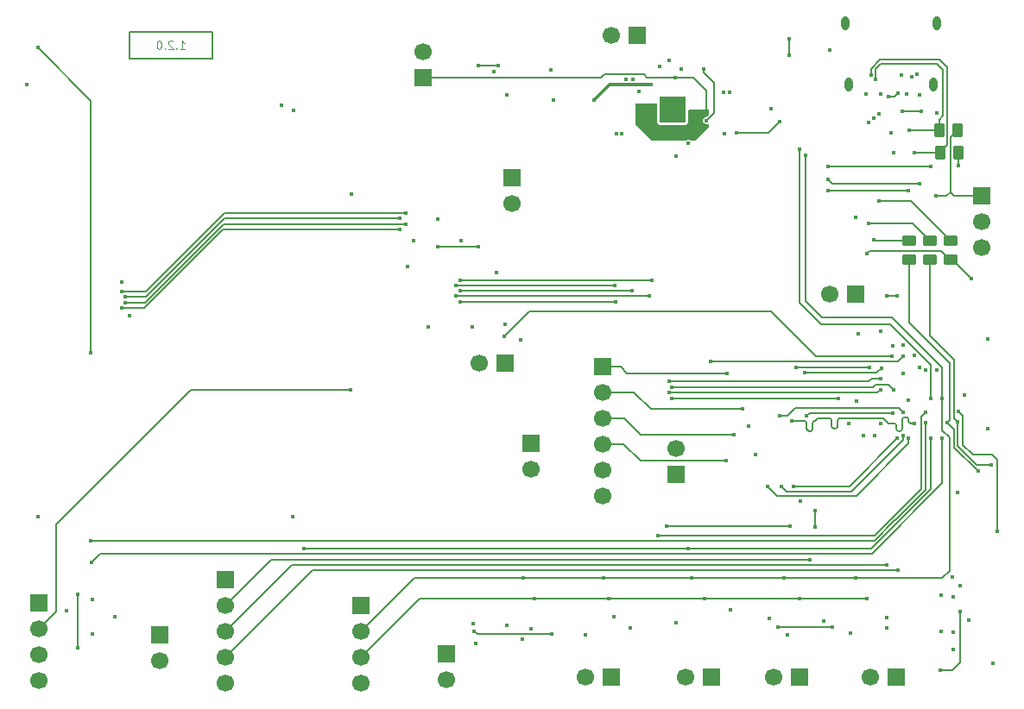
<source format=gbr>
%TF.GenerationSoftware,KiCad,Pcbnew,9.0.1+1*%
%TF.CreationDate,2025-09-07T18:25:15+00:00*%
%TF.ProjectId,ZSWatch-Watch-DevKit,5a535761-7463-4682-9d57-617463682d44,1.2.0*%
%TF.SameCoordinates,Original*%
%TF.FileFunction,Copper,L4,Bot*%
%TF.FilePolarity,Positive*%
%FSLAX46Y46*%
G04 Gerber Fmt 4.6, Leading zero omitted, Abs format (unit mm)*
G04 Created by KiCad (PCBNEW 9.0.1+1) date 2025-09-07 18:25:15*
%MOMM*%
%LPD*%
G01*
G04 APERTURE LIST*
G04 Aperture macros list*
%AMRoundRect*
0 Rectangle with rounded corners*
0 $1 Rounding radius*
0 $2 $3 $4 $5 $6 $7 $8 $9 X,Y pos of 4 corners*
0 Add a 4 corners polygon primitive as box body*
4,1,4,$2,$3,$4,$5,$6,$7,$8,$9,$2,$3,0*
0 Add four circle primitives for the rounded corners*
1,1,$1+$1,$2,$3*
1,1,$1+$1,$4,$5*
1,1,$1+$1,$6,$7*
1,1,$1+$1,$8,$9*
0 Add four rect primitives between the rounded corners*
20,1,$1+$1,$2,$3,$4,$5,0*
20,1,$1+$1,$4,$5,$6,$7,0*
20,1,$1+$1,$6,$7,$8,$9,0*
20,1,$1+$1,$8,$9,$2,$3,0*%
G04 Aperture macros list end*
%TA.AperFunction,NonConductor*%
%ADD10C,0.200000*%
%TD*%
%ADD11C,0.120000*%
%TA.AperFunction,NonConductor*%
%ADD12C,0.120000*%
%TD*%
%TA.AperFunction,ComponentPad*%
%ADD13R,1.700000X1.700000*%
%TD*%
%TA.AperFunction,ComponentPad*%
%ADD14C,1.700000*%
%TD*%
%TA.AperFunction,ComponentPad*%
%ADD15C,0.500000*%
%TD*%
%TA.AperFunction,SMDPad,CuDef*%
%ADD16R,2.500000X2.500000*%
%TD*%
%TA.AperFunction,HeatsinkPad*%
%ADD17O,0.800000X1.400000*%
%TD*%
%TA.AperFunction,SMDPad,CuDef*%
%ADD18RoundRect,0.250000X0.450000X-0.262500X0.450000X0.262500X-0.450000X0.262500X-0.450000X-0.262500X0*%
%TD*%
%TA.AperFunction,SMDPad,CuDef*%
%ADD19RoundRect,0.250000X0.262500X0.450000X-0.262500X0.450000X-0.262500X-0.450000X0.262500X-0.450000X0*%
%TD*%
%TA.AperFunction,ViaPad*%
%ADD20C,0.450000*%
%TD*%
%TA.AperFunction,Conductor*%
%ADD21C,0.200000*%
%TD*%
%TA.AperFunction,Conductor*%
%ADD22C,0.170000*%
%TD*%
%TA.AperFunction,Conductor*%
%ADD23C,0.127000*%
%TD*%
%TA.AperFunction,Conductor*%
%ADD24C,0.300000*%
%TD*%
G04 APERTURE END LIST*
D10*
X172100000Y-116200000D02*
X180200000Y-116200000D01*
X180200000Y-118800000D01*
X172100000Y-118800000D01*
X172100000Y-116200000D01*
D11*
D12*
X177064285Y-117863855D02*
X177521428Y-117863855D01*
X177292856Y-117863855D02*
X177292856Y-117063855D01*
X177292856Y-117063855D02*
X177369047Y-117178140D01*
X177369047Y-117178140D02*
X177445237Y-117254331D01*
X177445237Y-117254331D02*
X177521428Y-117292426D01*
X176721427Y-117787664D02*
X176683332Y-117825760D01*
X176683332Y-117825760D02*
X176721427Y-117863855D01*
X176721427Y-117863855D02*
X176759523Y-117825760D01*
X176759523Y-117825760D02*
X176721427Y-117787664D01*
X176721427Y-117787664D02*
X176721427Y-117863855D01*
X176378571Y-117140045D02*
X176340475Y-117101950D01*
X176340475Y-117101950D02*
X176264285Y-117063855D01*
X176264285Y-117063855D02*
X176073809Y-117063855D01*
X176073809Y-117063855D02*
X175997618Y-117101950D01*
X175997618Y-117101950D02*
X175959523Y-117140045D01*
X175959523Y-117140045D02*
X175921428Y-117216236D01*
X175921428Y-117216236D02*
X175921428Y-117292426D01*
X175921428Y-117292426D02*
X175959523Y-117406712D01*
X175959523Y-117406712D02*
X176416666Y-117863855D01*
X176416666Y-117863855D02*
X175921428Y-117863855D01*
X175578570Y-117787664D02*
X175540475Y-117825760D01*
X175540475Y-117825760D02*
X175578570Y-117863855D01*
X175578570Y-117863855D02*
X175616666Y-117825760D01*
X175616666Y-117825760D02*
X175578570Y-117787664D01*
X175578570Y-117787664D02*
X175578570Y-117863855D01*
X175045237Y-117063855D02*
X174969047Y-117063855D01*
X174969047Y-117063855D02*
X174892856Y-117101950D01*
X174892856Y-117101950D02*
X174854761Y-117140045D01*
X174854761Y-117140045D02*
X174816666Y-117216236D01*
X174816666Y-117216236D02*
X174778571Y-117368617D01*
X174778571Y-117368617D02*
X174778571Y-117559093D01*
X174778571Y-117559093D02*
X174816666Y-117711474D01*
X174816666Y-117711474D02*
X174854761Y-117787664D01*
X174854761Y-117787664D02*
X174892856Y-117825760D01*
X174892856Y-117825760D02*
X174969047Y-117863855D01*
X174969047Y-117863855D02*
X175045237Y-117863855D01*
X175045237Y-117863855D02*
X175121428Y-117825760D01*
X175121428Y-117825760D02*
X175159523Y-117787664D01*
X175159523Y-117787664D02*
X175197618Y-117711474D01*
X175197618Y-117711474D02*
X175235714Y-117559093D01*
X175235714Y-117559093D02*
X175235714Y-117368617D01*
X175235714Y-117368617D02*
X175197618Y-117216236D01*
X175197618Y-117216236D02*
X175159523Y-117140045D01*
X175159523Y-117140045D02*
X175121428Y-117101950D01*
X175121428Y-117101950D02*
X175045237Y-117063855D01*
D13*
%TO.P,X508,1,Pin_1*%
%TO.N,/Project Architecture/Power Management/VSYS*%
X200900000Y-120700000D03*
D14*
%TO.P,X508,2,Pin_2*%
%TO.N,Net-(IC505-VDD)*%
X200900000Y-118160000D03*
%TD*%
D15*
%TO.P,IC401,33,GND*%
%TO.N,GND*%
X224387790Y-122830400D03*
X224387790Y-123830400D03*
X224387790Y-124830400D03*
X225387790Y-122830400D03*
X225387790Y-123830400D03*
D16*
X225387790Y-123830400D03*
D15*
X225387790Y-124830400D03*
X226387790Y-122830400D03*
X226387790Y-123830400D03*
X226387790Y-124830400D03*
%TD*%
D13*
%TO.P,X503,1,Pin_1*%
%TO.N,/Project Architecture/Peripherals/VMIC*%
X175100000Y-175400000D03*
D14*
%TO.P,X503,2,Pin_2*%
%TO.N,Net-(MK501-VDD)*%
X175100000Y-177940000D03*
%TD*%
D13*
%TO.P,X610,1,Pin_1*%
%TO.N,+3V0*%
X211500000Y-156600000D03*
D14*
%TO.P,X610,2,Pin_2*%
%TO.N,Net-(X608-LEDA1)*%
X211500000Y-159140000D03*
%TD*%
D13*
%TO.P,X403,1,Pin_1*%
%TO.N,+1V8*%
X163200000Y-172220000D03*
D14*
%TO.P,X403,2,Pin_2*%
%TO.N,+3V0*%
X163200000Y-174760000D03*
%TO.P,X403,3,Pin_3*%
%TO.N,/Project Architecture/Power Management/VSYS*%
X163200000Y-177300000D03*
%TO.P,X403,4,Pin_4*%
%TO.N,GND*%
X163200000Y-179840000D03*
%TD*%
D13*
%TO.P,X504,1,Pin_1*%
%TO.N,+1V8*%
X194800000Y-172490000D03*
D14*
%TO.P,X504,2,Pin_2*%
%TO.N,/Project Architecture/MCU/SDA*%
X194800000Y-175030000D03*
%TO.P,X504,3,Pin_3*%
%TO.N,/Project Architecture/MCU/SCL*%
X194800000Y-177570000D03*
%TO.P,X504,4,Pin_4*%
%TO.N,GND*%
X194800000Y-180110000D03*
%TD*%
D13*
%TO.P,X606,1,Pin_1*%
%TO.N,+1V8*%
X225700000Y-159640000D03*
D14*
%TO.P,X606,2,Pin_2*%
%TO.N,Net-(IC603-VCC)*%
X225700000Y-157100000D03*
%TD*%
D13*
%TO.P,X401,1,Pin_1*%
%TO.N,/Project Architecture/Peripherals/VBAT*%
X221865000Y-116500000D03*
D14*
%TO.P,X401,2,Pin_2*%
%TO.N,GND*%
X219325000Y-116500000D03*
%TD*%
D13*
%TO.P,X501,1,Pin_1*%
%TO.N,+1V8*%
X229200000Y-179500000D03*
D14*
%TO.P,X501,2,Pin_2*%
%TO.N,Net-(IC501-VDD)*%
X226660000Y-179500000D03*
%TD*%
D13*
%TO.P,X502,1,Pin_1*%
%TO.N,+1V8*%
X181500000Y-169980000D03*
D14*
%TO.P,X502,2,Pin_2*%
%TO.N,/Project Architecture/MCU/MCLK*%
X181500000Y-172520000D03*
%TO.P,X502,3,Pin_3*%
%TO.N,/Project Architecture/MCU/WS*%
X181500000Y-175060000D03*
%TO.P,X502,4,Pin_4*%
%TO.N,/Project Architecture/MCU/Data*%
X181500000Y-177600000D03*
%TO.P,X502,5,Pin_5*%
%TO.N,GND*%
X181500000Y-180140000D03*
%TD*%
D13*
%TO.P,X506,1,Pin_1*%
%TO.N,+1V8*%
X237840000Y-179500000D03*
D14*
%TO.P,X506,2,Pin_2*%
%TO.N,Net-(IC503-VDD)*%
X235300000Y-179500000D03*
%TD*%
D13*
%TO.P,X607,1,Pin_1*%
%TO.N,+1V8*%
X209600000Y-130525000D03*
D14*
%TO.P,X607,2,Pin_2*%
%TO.N,Net-(X607-Pin_2)*%
X209600000Y-133065000D03*
%TD*%
D13*
%TO.P,X505,1,Pin_1*%
%TO.N,+1V8*%
X219340000Y-179500000D03*
D14*
%TO.P,X505,2,Pin_2*%
%TO.N,Net-(IC502-VDD)*%
X216800000Y-179500000D03*
%TD*%
D13*
%TO.P,X604,1,Pin_1*%
%TO.N,TxD*%
X255700000Y-132270000D03*
D14*
%TO.P,X604,2,Pin_2*%
%TO.N,RxD*%
X255700000Y-134810000D03*
%TO.P,X604,3,Pin_3*%
%TO.N,GND*%
X255700000Y-137350000D03*
%TD*%
D13*
%TO.P,X507,1,Pin_1*%
%TO.N,+1V8*%
X247300000Y-179500000D03*
D14*
%TO.P,X507,2,Pin_2*%
%TO.N,Net-(IC504-VDD)*%
X244760000Y-179500000D03*
%TD*%
D17*
%TO.P,X603,S1,SHIELD*%
%TO.N,GND*%
X251290000Y-115360000D03*
X250930000Y-121310000D03*
X242670000Y-121310000D03*
X242310000Y-115360000D03*
%TD*%
D13*
%TO.P,X609,1,Pin_1*%
%TO.N,+3V0*%
X208975000Y-148700000D03*
D14*
%TO.P,X609,2,Pin_2*%
%TO.N,Net-(X608-CTP-VDD)*%
X206435000Y-148700000D03*
%TD*%
D13*
%TO.P,X510,1,Pin_1*%
%TO.N,/Project Architecture/Peripherals/VBAT*%
X203200000Y-177260000D03*
D14*
%TO.P,X510,2,Pin_2*%
%TO.N,Net-(IC507-V_{DD})*%
X203200000Y-179800000D03*
%TD*%
D13*
%TO.P,X605,1,Pin_1*%
%TO.N,Net-(M601B-P0.22)*%
X218500000Y-149050000D03*
D14*
%TO.P,X605,2,Pin_2*%
%TO.N,Net-(M601B-P0.05{slash}AIN1)*%
X218500000Y-151590000D03*
%TO.P,X605,3,Pin_3*%
%TO.N,Net-(M601B-P0.04{slash}AIN0)*%
X218500000Y-154130000D03*
%TO.P,X605,4,Pin_4*%
%TO.N,Net-(M601C-P1.14)*%
X218500000Y-156670000D03*
%TO.P,X605,5,Pin_5*%
%TO.N,GND*%
X218500000Y-159210000D03*
%TO.P,X605,6,Pin_6*%
%TO.N,+1V8*%
X218500000Y-161750000D03*
%TD*%
D13*
%TO.P,X602,1,Pin_1*%
%TO.N,+1V8*%
X243300000Y-141900000D03*
D14*
%TO.P,X602,2,Pin_2*%
%TO.N,Net-(M601A-VDDH)*%
X240760000Y-141900000D03*
%TD*%
D18*
%TO.P,R607,1*%
%TO.N,SWDIO*%
X248600000Y-138512500D03*
%TO.P,R607,2*%
%TO.N,Net-(X603-RX1-)*%
X248600000Y-136687500D03*
%TD*%
%TO.P,R611,1*%
%TO.N,RESETn*%
X252600000Y-138512500D03*
%TO.P,R611,2*%
%TO.N,Net-(X603-SBU1)*%
X252600000Y-136687500D03*
%TD*%
%TO.P,R608,1*%
%TO.N,SWDCLK*%
X250600000Y-138512500D03*
%TO.P,R608,2*%
%TO.N,Net-(X603-RX1+)*%
X250600000Y-136687500D03*
%TD*%
D19*
%TO.P,R609,1*%
%TO.N,RxD*%
X253412500Y-128000000D03*
%TO.P,R609,2*%
%TO.N,Net-(X603-TX1+)*%
X251587500Y-128000000D03*
%TD*%
%TO.P,R610,1*%
%TO.N,TxD*%
X253312500Y-125800000D03*
%TO.P,R610,2*%
%TO.N,Net-(X603-TX1-)*%
X251487500Y-125800000D03*
%TD*%
D20*
%TO.N,GND*%
X224100000Y-119600000D03*
X202295000Y-134600000D03*
X219600000Y-173600000D03*
X225700000Y-128380000D03*
X168485000Y-175300000D03*
X165900000Y-173020000D03*
X252900000Y-171625000D03*
X168485000Y-171900000D03*
X230390620Y-122145000D03*
X170700000Y-173575000D03*
X251248404Y-124151596D03*
X232800000Y-154880000D03*
X206080000Y-176220000D03*
X242800000Y-175200000D03*
X163100000Y-163750000D03*
X236620000Y-175400000D03*
X171347500Y-140700000D03*
X252900000Y-176775000D03*
X211467520Y-174774531D03*
X243575000Y-145825000D03*
X240200000Y-173975000D03*
X248000000Y-149700000D03*
X222063600Y-122063400D03*
X244100000Y-155800000D03*
X220387200Y-126138400D03*
X254000003Y-151800000D03*
X249550000Y-122400000D03*
X243275000Y-134400000D03*
X251700000Y-171500000D03*
X246400000Y-173700000D03*
X246800000Y-126100000D03*
X207800000Y-120120000D03*
X172147500Y-144000000D03*
X210500000Y-146400000D03*
X220793600Y-120819400D03*
X231000000Y-172900000D03*
X230990620Y-122145000D03*
X162025000Y-121325000D03*
X253300000Y-161390000D03*
X244300000Y-122300000D03*
X230479410Y-126138400D03*
X209100000Y-122350000D03*
X188100000Y-163750000D03*
X205700000Y-145137500D03*
X240800000Y-118000000D03*
X221180000Y-174680000D03*
X234845000Y-173755000D03*
X226200000Y-119800000D03*
X246400000Y-174700000D03*
X219879410Y-126138400D03*
X199987500Y-136700000D03*
X221428600Y-120819400D03*
X204587500Y-136700000D03*
X208980000Y-144900000D03*
X256300000Y-146350003D03*
X216832500Y-175332500D03*
X256300000Y-155150003D03*
X205835000Y-174265000D03*
X201400000Y-145137500D03*
X252900000Y-175125000D03*
X256800000Y-178200000D03*
X237900000Y-162250000D03*
X225700000Y-174200000D03*
X233500000Y-157650000D03*
X251690000Y-175000000D03*
X187025000Y-123400000D03*
%TO.N,/Project Architecture/Peripherals/VBAT*%
X209100000Y-174400000D03*
X228400000Y-119800000D03*
X210600000Y-175800000D03*
X228677316Y-124869129D03*
%TO.N,DISPLAY-BLK*%
X208812500Y-146087500D03*
X246881356Y-148023305D03*
%TO.N,QSPI-CS*%
X248500002Y-156100000D03*
X234700000Y-160800000D03*
%TO.N,QSPI-IO1*%
X247974002Y-155800000D03*
X236000000Y-160800000D03*
%TO.N,QSPI-IO2*%
X247400000Y-156100000D03*
X237200000Y-160800000D03*
%TO.N,QSPI-IO0*%
X238500000Y-153900000D03*
X246913051Y-153593475D03*
%TO.N,QSPI-CLK*%
X249044952Y-154600003D03*
X237081000Y-154351000D03*
%TO.N,QSPI-IO3*%
X247944949Y-153499999D03*
X235860000Y-153900000D03*
%TO.N,TOUCH-INT*%
X225000000Y-151600000D03*
X245750000Y-151294951D03*
%TO.N,TOUCH-SCL*%
X225300000Y-151100000D03*
X247000000Y-151325003D03*
%TO.N,TOUCH-SDA*%
X245744949Y-150200001D03*
X225000000Y-150500000D03*
%TO.N,TOUCH-RST*%
X229100000Y-148500000D03*
X247944951Y-148000000D03*
%TO.N,DISPLAY-EN*%
X202295000Y-137300000D03*
X241600000Y-152200000D03*
X225300000Y-152200000D03*
X206300000Y-137300000D03*
%TO.N,RESETn*%
X244400000Y-137950000D03*
X253418644Y-153476695D03*
X254700000Y-140400000D03*
X257200000Y-165200000D03*
%TO.N,DISPLAY-CS*%
X204100000Y-141100000D03*
X219700000Y-141100000D03*
X243400000Y-152400000D03*
%TO.N,DISPLAY-CLK*%
X221400000Y-141600000D03*
X245200000Y-155800000D03*
X204500000Y-141600000D03*
%TO.N,+3V0*%
X224800000Y-164700000D03*
X208100000Y-139800000D03*
X236900000Y-164700000D03*
X199362500Y-139200000D03*
X254400000Y-173900000D03*
X213400000Y-119900000D03*
X193800000Y-151300000D03*
X213700000Y-122900000D03*
%TO.N,/Project Architecture/Power Management/VSYS*%
X228679410Y-124076400D03*
X225637790Y-120662210D03*
X222079410Y-123580400D03*
X231646620Y-126100000D03*
X235900000Y-125000000D03*
X252769644Y-169700000D03*
%TO.N,DISPLAY-DC*%
X219800000Y-142700000D03*
X242600000Y-154600000D03*
X204500000Y-142700000D03*
%TO.N,DISPLAY-RST*%
X223300000Y-140600000D03*
X204500000Y-140600000D03*
%TO.N,DISPLAY-DATA*%
X204100000Y-142100000D03*
X245744950Y-154600001D03*
X223100000Y-142100000D03*
%TO.N,/Project Architecture/MCU/PMIC-INT*%
X250700000Y-129400000D03*
X240600000Y-129400000D03*
%TO.N,/Project Architecture/MCU/USB-CC1*%
X236800000Y-116900000D03*
X236800000Y-118500000D03*
%TO.N,/Project Architecture/MCU/SW2*%
X226900000Y-166900000D03*
X250700000Y-156100000D03*
X189200000Y-166900000D03*
X226900000Y-127100000D03*
%TO.N,/Project Architecture/MCU/SDA*%
X236312500Y-169800000D03*
X251800000Y-152200000D03*
X243300000Y-169800000D03*
X227200000Y-169800000D03*
X238400000Y-128300000D03*
X218600000Y-169800000D03*
X210725000Y-169800000D03*
%TO.N,/Project Architecture/MCU/SCL*%
X244400000Y-171800000D03*
X211800000Y-171800000D03*
X237812500Y-171800000D03*
X250700000Y-152200000D03*
X228500000Y-171800000D03*
X219100000Y-171800000D03*
X237800000Y-127700000D03*
%TO.N,/Project Architecture/MCU/~{RTC-INT}*%
X205900000Y-175000000D03*
X213500000Y-175300000D03*
%TO.N,SWDCLK*%
X256600000Y-158700000D03*
X253325000Y-154475000D03*
%TO.N,SWDIO*%
X252318644Y-154576695D03*
X255300000Y-159300000D03*
%TO.N,/Project Architecture/MCU/BMI270-INT*%
X239300000Y-163200000D03*
X239300000Y-164800000D03*
%TO.N,/Project Architecture/MCU/LIS2MDL-INT*%
X248500000Y-152300000D03*
X235700000Y-174600000D03*
X241000000Y-174600000D03*
%TO.N,/Project Architecture/MCU/VIB-PWM*%
X240600000Y-130700000D03*
X249600000Y-131100000D03*
%TO.N,USB-D-*%
X247400000Y-142100000D03*
X246400000Y-142100000D03*
%TO.N,/Project Architecture/MCU/VIB-EN*%
X240600000Y-131800000D03*
X248500000Y-131800000D03*
%TO.N,TxD*%
X251226000Y-132300000D03*
%TO.N,/Project Architecture/MCU/D-*%
X247500000Y-122200000D03*
X246550000Y-122565184D03*
%TO.N,/Project Architecture/MCU/USB-VBUS-In*%
X251650000Y-178800000D03*
X248300000Y-122300000D03*
X235000000Y-123749000D03*
X253550000Y-173100000D03*
X253550000Y-170500000D03*
X245800000Y-122300000D03*
X247073544Y-128069451D03*
%TO.N,RxD*%
X253412500Y-129300000D03*
%TO.N,/Project Architecture/MCU/SW1*%
X188200000Y-123900000D03*
X223900000Y-165600000D03*
X250150000Y-153505049D03*
%TO.N,/Project Architecture/MCU/Data*%
X247500000Y-169000000D03*
X251300000Y-149400000D03*
%TO.N,/Project Architecture/MCU/SW4*%
X168300000Y-166100000D03*
X250181356Y-154576695D03*
X168300000Y-147700000D03*
X163100000Y-117750000D03*
%TO.N,/Project Architecture/MCU/SW3*%
X251800000Y-156100000D03*
X168400000Y-168250000D03*
%TO.N,/Project Architecture/MCU/MIC-CLK*%
X238300000Y-149650000D03*
X245813051Y-149193475D03*
%TO.N,/Project Architecture/MCU/WS*%
X246400000Y-168500000D03*
X250200000Y-149400000D03*
%TO.N,/Project Architecture/MCU/MIC-DATA*%
X244644950Y-149100001D03*
X167000000Y-176600000D03*
X167000000Y-171400000D03*
X237500000Y-149100000D03*
%TO.N,/Project Architecture/MCU/MCLK*%
X238800000Y-168000000D03*
X249600000Y-149100000D03*
%TO.N,Net-(IC604-B1)*%
X171347500Y-143300000D03*
X198587500Y-135600000D03*
%TO.N,Net-(IC604-B3)*%
X171647500Y-142200000D03*
X198587500Y-134500000D03*
%TO.N,Net-(IC604-B2)*%
X171647500Y-142800000D03*
X199187500Y-135100000D03*
%TO.N,Net-(IC604-B4)*%
X171347500Y-141700000D03*
X199187500Y-134000000D03*
%TO.N,Net-(M601C-P1.14)*%
X249081356Y-147976695D03*
X230600000Y-158300000D03*
%TO.N,Net-(M601B-P0.05{slash}AIN1)*%
X247944950Y-146900001D03*
X232200000Y-153220000D03*
%TO.N,Net-(M601B-P0.04{slash}AIN0)*%
X246913051Y-146993475D03*
X231400000Y-155760000D03*
%TO.N,Net-(M601B-P0.22)*%
X245774000Y-145600000D03*
X230700000Y-149700000D03*
%TO.N,Net-(X603-CC1)*%
X247893537Y-124000000D03*
X249779998Y-124000000D03*
%TO.N,Net-(X603-RX1-)*%
X245050000Y-124650000D03*
X248800000Y-120600000D03*
X245050000Y-136575000D03*
%TO.N,Net-(X603-RX1+)*%
X249300000Y-120300000D03*
X244550000Y-135000000D03*
X244550000Y-125100000D03*
%TO.N,Net-(X603-TX1+)*%
X249050000Y-128000000D03*
X244800000Y-120400000D03*
%TO.N,Net-(X603-TX1-)*%
X248550000Y-125800000D03*
X245300000Y-120800000D03*
%TO.N,Net-(X603-SBU1)*%
X245600000Y-132800000D03*
X247800000Y-120400000D03*
X245600000Y-124200000D03*
%TO.N,Net-(X608-CTP-VDD)*%
X193900000Y-132100000D03*
%TO.N,Net-(IC505-VDD)*%
X206275000Y-119500000D03*
X208280000Y-119500000D03*
%TO.N,Net-(IC401-VOUT2)*%
X223206600Y-121380400D03*
X217697000Y-122900000D03*
%TO.N,/Project Architecture/Peripherals/VMIC*%
X225060000Y-119000000D03*
%TD*%
D21*
%TO.N,/Project Architecture/Peripherals/VBAT*%
X228400000Y-120200000D02*
X229400000Y-121200000D01*
X229400000Y-124146445D02*
X228677316Y-124869129D01*
X228400000Y-119800000D02*
X228400000Y-120200000D01*
X229400000Y-121200000D02*
X229400000Y-124146445D01*
%TO.N,DISPLAY-BLK*%
X208812500Y-146087500D02*
X211300000Y-143600000D01*
X235000000Y-143600000D02*
X239423305Y-148023305D01*
X211300000Y-143600000D02*
X235000000Y-143600000D01*
X239423305Y-148023305D02*
X246881356Y-148023305D01*
%TO.N,QSPI-CS*%
X248500002Y-156599998D02*
X243400000Y-161700000D01*
X248500002Y-156100000D02*
X248500002Y-156599998D01*
X243400000Y-161700000D02*
X235600000Y-161700000D01*
X235600000Y-161700000D02*
X234700000Y-160800000D01*
%TO.N,QSPI-IO1*%
X247974002Y-156225998D02*
X242900000Y-161300000D01*
X242900000Y-161300000D02*
X236500000Y-161300000D01*
X236500000Y-161300000D02*
X236000000Y-160800000D01*
X247974002Y-155800000D02*
X247974002Y-156225998D01*
%TO.N,QSPI-IO2*%
X242700000Y-160800000D02*
X237200000Y-160800000D01*
X247400000Y-156100000D02*
X242700000Y-160800000D01*
%TO.N,QSPI-IO0*%
X238500000Y-153900000D02*
X238800000Y-153600000D01*
X238800000Y-153600000D02*
X246906526Y-153600000D01*
X246906526Y-153600000D02*
X246913051Y-153593475D01*
%TO.N,QSPI-CLK*%
X247295990Y-154840003D02*
X247295990Y-155118565D01*
X247895990Y-154360003D02*
X247895990Y-154231437D01*
X240600170Y-154100000D02*
X239600000Y-154100000D01*
X247895990Y-154840003D02*
X247895990Y-154360003D01*
X238269000Y-154351000D02*
X238149000Y-154351000D01*
X247895990Y-155118565D02*
X247895990Y-154840003D01*
X239109000Y-154591000D02*
X239109000Y-155111000D01*
X242450170Y-154100000D02*
X241800170Y-154100000D01*
X248855990Y-154600003D02*
X249044952Y-154600003D01*
X241320170Y-155100000D02*
X241200170Y-155100000D01*
X240960170Y-154860000D02*
X240960170Y-154340000D01*
X248735990Y-154600003D02*
X248855990Y-154600003D01*
X241560170Y-154340000D02*
X241560170Y-154860000D01*
X247535990Y-155358565D02*
X247655990Y-155358565D01*
X243100170Y-154100000D02*
X242450170Y-154100000D01*
X238149000Y-154351000D02*
X237084953Y-154351000D01*
X248495990Y-154231437D02*
X248495990Y-154360003D01*
X248135990Y-153991437D02*
X248255990Y-153991437D01*
X246500003Y-154600003D02*
X247055990Y-154600003D01*
X239600000Y-154100000D02*
X239349000Y-154351000D01*
X238869000Y-155351000D02*
X238749000Y-155351000D01*
X240720170Y-154100000D02*
X240600170Y-154100000D01*
X238509000Y-155111000D02*
X238509000Y-154591000D01*
X246000000Y-154100000D02*
X246500003Y-154600003D01*
X243100170Y-154100000D02*
X246000000Y-154100000D01*
X237084953Y-154351000D02*
X237081000Y-154351000D01*
X239349000Y-154351000D02*
G75*
G03*
X239109000Y-154591000I0J-240000D01*
G01*
X241800170Y-154100000D02*
G75*
G03*
X241560200Y-154340000I30J-240000D01*
G01*
X241560170Y-154860000D02*
G75*
G02*
X241320170Y-155099970I-239970J0D01*
G01*
X247055990Y-154600003D02*
G75*
G02*
X247295997Y-154840003I10J-239997D01*
G01*
X247295990Y-155118565D02*
G75*
G03*
X247535990Y-155358610I240010J-35D01*
G01*
X239109000Y-155111000D02*
G75*
G02*
X238869000Y-155351000I-240000J0D01*
G01*
X238749000Y-155351000D02*
G75*
G02*
X238509000Y-155111000I0J240000D01*
G01*
X240960170Y-154340000D02*
G75*
G03*
X240720170Y-154100030I-239970J0D01*
G01*
X238509000Y-154591000D02*
G75*
G03*
X238269000Y-154351000I-240000J0D01*
G01*
X247655990Y-155358565D02*
G75*
G03*
X247895965Y-155118565I10J239965D01*
G01*
X241200170Y-155100000D02*
G75*
G02*
X240960200Y-154860000I30J240000D01*
G01*
X247895990Y-154231437D02*
G75*
G02*
X248135990Y-153991390I240010J37D01*
G01*
X248495990Y-154360003D02*
G75*
G03*
X248735990Y-154600010I240010J3D01*
G01*
X248255990Y-153991437D02*
G75*
G02*
X248495963Y-154231437I10J-239963D01*
G01*
%TO.N,QSPI-IO3*%
X236600000Y-153900000D02*
X237400000Y-153100000D01*
X247544950Y-153100000D02*
X247944949Y-153499999D01*
X237400000Y-153100000D02*
X247544950Y-153100000D01*
X235860000Y-153900000D02*
X236600000Y-153900000D01*
%TO.N,TOUCH-INT*%
X225000000Y-151600000D02*
X245444951Y-151600000D01*
X245444951Y-151600000D02*
X245750000Y-151294951D01*
%TO.N,TOUCH-SCL*%
X225300000Y-151100000D02*
X245026000Y-151100000D01*
X245026000Y-151100000D02*
X245300000Y-150826000D01*
X245300000Y-150826000D02*
X246500997Y-150826000D01*
X246500997Y-150826000D02*
X247000000Y-151325003D01*
%TO.N,TOUCH-SDA*%
X244600000Y-150500000D02*
X225000000Y-150500000D01*
X245744949Y-150200001D02*
X244899999Y-150200001D01*
X244899999Y-150200001D02*
X244600000Y-150500000D01*
%TO.N,TOUCH-RST*%
X247444951Y-148500000D02*
X247944951Y-148000000D01*
X229100000Y-148500000D02*
X247444951Y-148500000D01*
%TO.N,DISPLAY-EN*%
X206300000Y-137300000D02*
X202295000Y-137300000D01*
X225300000Y-152200000D02*
X241600000Y-152200000D01*
%TO.N,RESETn*%
X253800000Y-153858051D02*
X253418644Y-153476695D01*
X256700000Y-157700000D02*
X254800000Y-157700000D01*
X254700000Y-140400000D02*
X252812500Y-138512500D01*
X253800000Y-156700000D02*
X253800000Y-153858051D01*
X254800000Y-157700000D02*
X253800000Y-156700000D01*
X257200000Y-165200000D02*
X257200000Y-158200000D01*
X244400000Y-137950000D02*
X244700000Y-137650000D01*
X251737500Y-137650000D02*
X252600000Y-138512500D01*
X257200000Y-158200000D02*
X256700000Y-157700000D01*
X244700000Y-137650000D02*
X251737500Y-137650000D01*
%TO.N,DISPLAY-CS*%
X219700000Y-141100000D02*
X204100000Y-141100000D01*
%TO.N,DISPLAY-CLK*%
X204500000Y-141600000D02*
X221400000Y-141600000D01*
%TO.N,+3V0*%
X178100000Y-151300000D02*
X164900000Y-164500000D01*
X164900000Y-173060000D02*
X163200000Y-174760000D01*
X193800000Y-151300000D02*
X178100000Y-151300000D01*
X236900000Y-164700000D02*
X224800000Y-164700000D01*
X164900000Y-164500000D02*
X164900000Y-173060000D01*
%TO.N,/Project Architecture/Power Management/VSYS*%
X227362210Y-120662210D02*
X228679410Y-121979410D01*
X222862210Y-120662210D02*
X222568400Y-120368400D01*
X222568400Y-120368400D02*
X218700000Y-120368400D01*
X231646620Y-126100000D02*
X234800000Y-126100000D01*
X228679410Y-121979410D02*
X228679410Y-124076400D01*
X225637790Y-120662210D02*
X222862210Y-120662210D01*
X234800000Y-126100000D02*
X235900000Y-125000000D01*
X218700000Y-120368400D02*
X218368400Y-120700000D01*
X225637790Y-120662210D02*
X227362210Y-120662210D01*
X218368400Y-120700000D02*
X200900000Y-120700000D01*
%TO.N,DISPLAY-DC*%
X204500000Y-142700000D02*
X219800000Y-142700000D01*
%TO.N,DISPLAY-RST*%
X223300000Y-140600000D02*
X204500000Y-140600000D01*
%TO.N,DISPLAY-DATA*%
X223100000Y-142100000D02*
X204100000Y-142100000D01*
%TO.N,/Project Architecture/MCU/PMIC-INT*%
X250700000Y-129400000D02*
X240600000Y-129400000D01*
%TO.N,/Project Architecture/MCU/USB-CC1*%
X236800000Y-118500000D02*
X236800000Y-116900000D01*
%TO.N,/Project Architecture/MCU/SW2*%
X189200000Y-166900000D02*
X226900000Y-166900000D01*
X244861034Y-166900000D02*
X226900000Y-166900000D01*
X250700000Y-161061034D02*
X244861034Y-166900000D01*
X250700000Y-156100000D02*
X250700000Y-161061034D01*
%TO.N,/Project Architecture/MCU/SDA*%
X246900000Y-144200000D02*
X251800000Y-149100000D01*
X252500000Y-169100000D02*
X251800000Y-169800000D01*
X200030000Y-169800000D02*
X194800000Y-175030000D01*
X238400000Y-128300000D02*
X238400000Y-142600000D01*
X227200000Y-169800000D02*
X236312500Y-169800000D01*
X251800000Y-155300000D02*
X252500000Y-156000000D01*
X251800000Y-149100000D02*
X251800000Y-152200000D01*
X251800000Y-152200000D02*
X251800000Y-155300000D01*
X218600000Y-169800000D02*
X200030000Y-169800000D01*
X227200000Y-169800000D02*
X218600000Y-169800000D01*
X238400000Y-142600000D02*
X240000000Y-144200000D01*
X243300000Y-169800000D02*
X236312500Y-169800000D01*
X240000000Y-144200000D02*
X246900000Y-144200000D01*
X252500000Y-156000000D02*
X252500000Y-169100000D01*
X251800000Y-169800000D02*
X243300000Y-169800000D01*
%TO.N,/Project Architecture/MCU/SCL*%
X250700000Y-148900000D02*
X246700000Y-144900000D01*
X211800000Y-171800000D02*
X219100000Y-171800000D01*
X246700000Y-144900000D02*
X239900000Y-144900000D01*
X239900000Y-144900000D02*
X237800000Y-142800000D01*
X244400000Y-171800000D02*
X237812500Y-171800000D01*
X250700000Y-152200000D02*
X250700000Y-148900000D01*
X200570000Y-171800000D02*
X194800000Y-177570000D01*
X211800000Y-171800000D02*
X200570000Y-171800000D01*
X228500000Y-171800000D02*
X237812500Y-171800000D01*
X228500000Y-171800000D02*
X219100000Y-171800000D01*
X237800000Y-142800000D02*
X237800000Y-127700000D01*
%TO.N,/Project Architecture/MCU/~{RTC-INT}*%
X206200000Y-175300000D02*
X205900000Y-175000000D01*
X213500000Y-175300000D02*
X206200000Y-175300000D01*
%TO.N,SWDCLK*%
X255200000Y-158700000D02*
X253325000Y-156825000D01*
X252967644Y-154117644D02*
X253325000Y-154475000D01*
X253325000Y-156825000D02*
X253325000Y-154475000D01*
X256600000Y-158700000D02*
X255200000Y-158700000D01*
X252967644Y-154117644D02*
X252967644Y-152200000D01*
X250600000Y-138512500D02*
X250600000Y-146000000D01*
X252967644Y-148367644D02*
X252967644Y-152200000D01*
X250600000Y-146000000D02*
X252967644Y-148367644D01*
%TO.N,SWDIO*%
X252318644Y-154576695D02*
X252574000Y-154321339D01*
X253000000Y-155258051D02*
X252318644Y-154576695D01*
X253000000Y-157000000D02*
X253000000Y-155258051D01*
X252574000Y-148674000D02*
X248600000Y-144700000D01*
X255300000Y-159300000D02*
X253000000Y-157000000D01*
X252574000Y-154321339D02*
X252574000Y-148674000D01*
X248600000Y-144700000D02*
X248600000Y-138512500D01*
%TO.N,/Project Architecture/MCU/BMI270-INT*%
X239300000Y-163200000D02*
X239300000Y-164800000D01*
%TO.N,/Project Architecture/MCU/LIS2MDL-INT*%
X235700000Y-174600000D02*
X241000000Y-174600000D01*
%TO.N,/Project Architecture/MCU/VIB-PWM*%
X240600000Y-130700000D02*
X241000000Y-131100000D01*
X241000000Y-131100000D02*
X249600000Y-131100000D01*
D22*
%TO.N,USB-D-*%
X247400000Y-142100000D02*
X246400000Y-142100000D01*
D21*
%TO.N,/Project Architecture/MCU/VIB-EN*%
X248500000Y-131800000D02*
X240600000Y-131800000D01*
%TO.N,TxD*%
X252970000Y-132270000D02*
X255700000Y-132270000D01*
X252600000Y-126512500D02*
X252600000Y-131900000D01*
X252600000Y-131900000D02*
X252970000Y-132270000D01*
X251226000Y-132300000D02*
X252200000Y-132300000D01*
X252200000Y-132300000D02*
X252600000Y-131900000D01*
X253312500Y-125800000D02*
X253312500Y-125487500D01*
X253312500Y-125800000D02*
X252600000Y-126512500D01*
D23*
%TO.N,/Project Architecture/MCU/D-*%
X247134816Y-122565184D02*
X247500000Y-122200000D01*
X246550000Y-122565184D02*
X247134816Y-122565184D01*
D22*
%TO.N,/Project Architecture/MCU/USB-VBUS-In*%
X253550000Y-178050000D02*
X253550000Y-173100000D01*
X252800000Y-178800000D02*
X253550000Y-178050000D01*
X251650000Y-178800000D02*
X252800000Y-178800000D01*
D21*
%TO.N,RxD*%
X253412500Y-128000000D02*
X253412500Y-129300000D01*
X253412500Y-128000000D02*
X253412500Y-128362500D01*
%TO.N,/Project Architecture/MCU/SW1*%
X223900000Y-165600000D02*
X245200000Y-165600000D01*
X245200000Y-165600000D02*
X249730356Y-161069644D01*
X249730356Y-153924693D02*
X250150000Y-153505049D01*
X249730356Y-161069644D02*
X249730356Y-153924693D01*
%TO.N,/Project Architecture/MCU/Data*%
X190100000Y-169000000D02*
X247500000Y-169000000D01*
X181500000Y-177600000D02*
X190100000Y-169000000D01*
%TO.N,/Project Architecture/MCU/SW4*%
X168300000Y-166100000D02*
X245161034Y-166100000D01*
X247200000Y-164100000D02*
X250181356Y-161118644D01*
X168300000Y-122950000D02*
X163100000Y-117750000D01*
X250181356Y-161118644D02*
X250181356Y-154576695D01*
X168300000Y-147700000D02*
X168300000Y-122950000D01*
X247161034Y-164100000D02*
X247200000Y-164100000D01*
X245161034Y-166100000D02*
X247161034Y-164100000D01*
%TO.N,/Project Architecture/MCU/SW3*%
X169250000Y-167400000D02*
X244900000Y-167400000D01*
X168400000Y-168250000D02*
X169250000Y-167400000D01*
X251800000Y-160500000D02*
X251800000Y-156100000D01*
X244900000Y-167400000D02*
X251800000Y-160500000D01*
%TO.N,/Project Architecture/MCU/MIC-CLK*%
X238300000Y-149650000D02*
X245356526Y-149650000D01*
X245356526Y-149650000D02*
X245813051Y-149193475D01*
%TO.N,/Project Architecture/MCU/WS*%
X181500000Y-175060000D02*
X188060000Y-168500000D01*
X188060000Y-168500000D02*
X246400000Y-168500000D01*
%TO.N,/Project Architecture/MCU/MIC-DATA*%
X237500000Y-149100000D02*
X244644949Y-149100000D01*
X244644949Y-149100000D02*
X244644950Y-149100001D01*
X167000000Y-176600000D02*
X167000000Y-171400000D01*
%TO.N,/Project Architecture/MCU/MCLK*%
X181500000Y-172520000D02*
X186020000Y-168000000D01*
X186020000Y-168000000D02*
X238800000Y-168000000D01*
%TO.N,Net-(IC604-B1)*%
X181261034Y-135600000D02*
X198587500Y-135600000D01*
X181261034Y-135600000D02*
X173561034Y-143300000D01*
X173561034Y-143300000D02*
X171347500Y-143300000D01*
%TO.N,Net-(IC604-B3)*%
X181400000Y-134500000D02*
X173700000Y-142200000D01*
X173700000Y-142200000D02*
X171647500Y-142200000D01*
X181400000Y-134500000D02*
X198587500Y-134500000D01*
%TO.N,Net-(IC604-B2)*%
X173600000Y-142800000D02*
X171647500Y-142800000D01*
X181300000Y-135100000D02*
X199187500Y-135100000D01*
X181300000Y-135100000D02*
X173600000Y-142800000D01*
%TO.N,Net-(IC604-B4)*%
X181400000Y-134000000D02*
X199187500Y-134000000D01*
X181400000Y-134000000D02*
X173700000Y-141700000D01*
X173700000Y-141700000D02*
X171347500Y-141700000D01*
%TO.N,Net-(M601C-P1.14)*%
X220570000Y-156670000D02*
X222200000Y-158300000D01*
X222200000Y-158300000D02*
X230600000Y-158300000D01*
X218500000Y-156670000D02*
X220570000Y-156670000D01*
%TO.N,Net-(M601B-P0.05{slash}AIN1)*%
X221590000Y-151590000D02*
X218500000Y-151590000D01*
X232200000Y-153220000D02*
X223220000Y-153220000D01*
X223220000Y-153220000D02*
X221590000Y-151590000D01*
%TO.N,Net-(M601B-P0.04{slash}AIN0)*%
X220630000Y-154130000D02*
X218500000Y-154130000D01*
X231400000Y-155760000D02*
X222260000Y-155760000D01*
X222260000Y-155760000D02*
X220630000Y-154130000D01*
%TO.N,Net-(M601B-P0.22)*%
X218500000Y-149050000D02*
X220250000Y-149050000D01*
X220250000Y-149050000D02*
X220900000Y-149700000D01*
X220900000Y-149700000D02*
X230700000Y-149700000D01*
%TO.N,Net-(X603-CC1)*%
X249779998Y-124000000D02*
X247893537Y-124000000D01*
%TO.N,Net-(X603-RX1-)*%
X245050000Y-136575000D02*
X245162500Y-136687500D01*
X245162500Y-136687500D02*
X248600000Y-136687500D01*
%TO.N,Net-(X603-RX1+)*%
X250600000Y-136687500D02*
X248912500Y-135000000D01*
X248912500Y-135000000D02*
X244550000Y-135000000D01*
%TO.N,Net-(X603-TX1+)*%
X245700000Y-118900000D02*
X251500000Y-118900000D01*
X244800000Y-120400000D02*
X244800000Y-119800000D01*
X252274000Y-119674000D02*
X252274000Y-127313500D01*
X244800000Y-119800000D02*
X245700000Y-118900000D01*
X251500000Y-118900000D02*
X252274000Y-119674000D01*
X252274000Y-127313500D02*
X251587500Y-128000000D01*
X249050000Y-128000000D02*
X251587500Y-128000000D01*
%TO.N,Net-(X603-TX1-)*%
X245300000Y-119800000D02*
X245800000Y-119300000D01*
X251487500Y-125800000D02*
X248550000Y-125800000D01*
X251300000Y-119300000D02*
X251900000Y-119900000D01*
X245300000Y-120800000D02*
X245300000Y-119800000D01*
X251900000Y-124400000D02*
X251487500Y-124812500D01*
X245800000Y-119300000D02*
X251300000Y-119300000D01*
X251487500Y-124812500D02*
X251487500Y-125800000D01*
X251900000Y-119900000D02*
X251900000Y-124400000D01*
%TO.N,Net-(X603-SBU1)*%
X252587500Y-136687500D02*
X252600000Y-136687500D01*
X245600000Y-132800000D02*
X248700000Y-132800000D01*
X248700000Y-132800000D02*
X252587500Y-136687500D01*
%TO.N,Net-(IC505-VDD)*%
X206275000Y-119500000D02*
X208280000Y-119500000D01*
D24*
%TO.N,Net-(IC401-VOUT2)*%
X217697000Y-122900000D02*
X219218600Y-121378400D01*
X223204600Y-121378400D02*
X223206600Y-121380400D01*
X219218600Y-121378400D02*
X223204600Y-121378400D01*
%TD*%
%TA.AperFunction,Conductor*%
%TO.N,/Project Architecture/Power Management/VSYS*%
G36*
X223798829Y-123207085D02*
G01*
X223844584Y-123259889D01*
X223855790Y-123311400D01*
X223855790Y-125092400D01*
X224109790Y-125346400D01*
X226649790Y-125346400D01*
X226903790Y-125092400D01*
X226903790Y-123946400D01*
X226923475Y-123879361D01*
X226976279Y-123833606D01*
X227027790Y-123822400D01*
X228815320Y-123822400D01*
X228882359Y-123842085D01*
X228928114Y-123894889D01*
X228939319Y-123945824D01*
X228940650Y-124232119D01*
X228932064Y-124261868D01*
X228925484Y-124292121D01*
X228921985Y-124296794D01*
X228921277Y-124299249D01*
X228904333Y-124320375D01*
X228744402Y-124480309D01*
X228683079Y-124513795D01*
X228656720Y-124516629D01*
X228630908Y-124516629D01*
X228541255Y-124540651D01*
X228460876Y-124587059D01*
X228460873Y-124587061D01*
X228395248Y-124652686D01*
X228395246Y-124652689D01*
X228348838Y-124733068D01*
X228348838Y-124733069D01*
X228324816Y-124822721D01*
X228324816Y-124915537D01*
X228348838Y-125005189D01*
X228395246Y-125085569D01*
X228460876Y-125151199D01*
X228541256Y-125197607D01*
X228630908Y-125221629D01*
X228630910Y-125221629D01*
X228723722Y-125221629D01*
X228723724Y-125221629D01*
X228789635Y-125203968D01*
X228814345Y-125204556D01*
X228838803Y-125200923D01*
X228848667Y-125205372D01*
X228859483Y-125205630D01*
X228879956Y-125219486D01*
X228902493Y-125229652D01*
X228908384Y-125238725D01*
X228917346Y-125244791D01*
X228927078Y-125267518D01*
X228940541Y-125288253D01*
X228942975Y-125304639D01*
X228944851Y-125309020D01*
X228945727Y-125323164D01*
X228946197Y-125424051D01*
X228926825Y-125491182D01*
X228909879Y-125512310D01*
X227588109Y-126834081D01*
X227526786Y-126867566D01*
X227500428Y-126870400D01*
X227220272Y-126870400D01*
X227153233Y-126850715D01*
X227132591Y-126834081D01*
X227116442Y-126817932D01*
X227116440Y-126817930D01*
X227036060Y-126771522D01*
X226946408Y-126747500D01*
X226853592Y-126747500D01*
X226763939Y-126771522D01*
X226683560Y-126817930D01*
X226683557Y-126817932D01*
X226667409Y-126834081D01*
X226606086Y-126867566D01*
X226579728Y-126870400D01*
X223399152Y-126870400D01*
X223332113Y-126850715D01*
X223311471Y-126834081D01*
X221733109Y-125255719D01*
X221699624Y-125194396D01*
X221696790Y-125168038D01*
X221696790Y-123311400D01*
X221716475Y-123244361D01*
X221769279Y-123198606D01*
X221820790Y-123187400D01*
X223731790Y-123187400D01*
X223798829Y-123207085D01*
G37*
%TD.AperFunction*%
%TD*%
M02*

</source>
